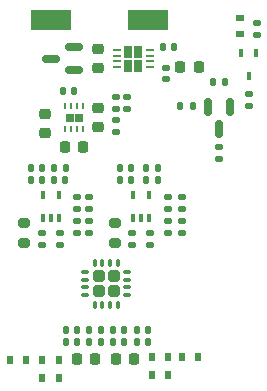
<source format=gtp>
%TF.GenerationSoftware,KiCad,Pcbnew,5.99.0-unknown-b691c18bfc~117~ubuntu20.10.1*%
%TF.CreationDate,2021-03-07T12:14:31-07:00*%
%TF.ProjectId,maam-011132,6d61616d-2d30-4313-9131-33322e6b6963,rev?*%
%TF.SameCoordinates,Original*%
%TF.FileFunction,Paste,Top*%
%TF.FilePolarity,Positive*%
%FSLAX46Y46*%
G04 Gerber Fmt 4.6, Leading zero omitted, Abs format (unit mm)*
G04 Created by KiCad (PCBNEW 5.99.0-unknown-b691c18bfc~117~ubuntu20.10.1) date 2021-03-07 12:14:31*
%MOMM*%
%LPD*%
G01*
G04 APERTURE LIST*
G04 Aperture macros list*
%AMRoundRect*
0 Rectangle with rounded corners*
0 $1 Rounding radius*
0 $2 $3 $4 $5 $6 $7 $8 $9 X,Y pos of 4 corners*
0 Add a 4 corners polygon primitive as box body*
4,1,4,$2,$3,$4,$5,$6,$7,$8,$9,$2,$3,0*
0 Add four circle primitives for the rounded corners*
1,1,$1+$1,$2,$3*
1,1,$1+$1,$4,$5*
1,1,$1+$1,$6,$7*
1,1,$1+$1,$8,$9*
0 Add four rect primitives between the rounded corners*
20,1,$1+$1,$2,$3,$4,$5,0*
20,1,$1+$1,$4,$5,$6,$7,0*
20,1,$1+$1,$6,$7,$8,$9,0*
20,1,$1+$1,$8,$9,$2,$3,0*%
G04 Aperture macros list end*
%ADD10RoundRect,0.135000X-0.135000X-0.185000X0.135000X-0.185000X0.135000X0.185000X-0.135000X0.185000X0*%
%ADD11R,0.600000X0.700000*%
%ADD12RoundRect,0.135000X-0.185000X0.135000X-0.185000X-0.135000X0.185000X-0.135000X0.185000X0.135000X0*%
%ADD13RoundRect,0.135000X0.185000X-0.135000X0.185000X0.135000X-0.185000X0.135000X-0.185000X-0.135000X0*%
%ADD14R,0.450000X0.700000*%
%ADD15RoundRect,0.140000X-0.140000X-0.170000X0.140000X-0.170000X0.140000X0.170000X-0.140000X0.170000X0*%
%ADD16RoundRect,0.140000X0.140000X0.170000X-0.140000X0.170000X-0.140000X-0.170000X0.140000X-0.170000X0*%
%ADD17RoundRect,0.225000X-0.250000X0.225000X-0.250000X-0.225000X0.250000X-0.225000X0.250000X0.225000X0*%
%ADD18RoundRect,0.225000X0.225000X0.250000X-0.225000X0.250000X-0.225000X-0.250000X0.225000X-0.250000X0*%
%ADD19R,3.400000X1.800000*%
%ADD20RoundRect,0.200000X-0.275000X0.200000X-0.275000X-0.200000X0.275000X-0.200000X0.275000X0.200000X0*%
%ADD21R,0.400000X0.650000*%
%ADD22RoundRect,0.225000X0.250000X-0.225000X0.250000X0.225000X-0.250000X0.225000X-0.250000X-0.225000X0*%
%ADD23RoundRect,0.225000X-0.225000X-0.250000X0.225000X-0.250000X0.225000X0.250000X-0.225000X0.250000X0*%
%ADD24RoundRect,0.150000X0.587500X0.150000X-0.587500X0.150000X-0.587500X-0.150000X0.587500X-0.150000X0*%
%ADD25RoundRect,0.140000X-0.170000X0.140000X-0.170000X-0.140000X0.170000X-0.140000X0.170000X0.140000X0*%
%ADD26RoundRect,0.135000X0.135000X0.185000X-0.135000X0.185000X-0.135000X-0.185000X0.135000X-0.185000X0*%
%ADD27R,0.700000X0.600000*%
%ADD28RoundRect,0.150000X-0.150000X0.587500X-0.150000X-0.587500X0.150000X-0.587500X0.150000X0.587500X0*%
%ADD29R,0.650000X0.750000*%
%ADD30R,0.250000X0.500000*%
%ADD31R,0.640000X1.000000*%
%ADD32R,0.700000X0.250000*%
%ADD33RoundRect,0.092500X-0.092500X0.232500X-0.092500X-0.232500X0.092500X-0.232500X0.092500X0.232500X0*%
%ADD34RoundRect,0.092500X0.092500X-0.232500X0.092500X0.232500X-0.092500X0.232500X-0.092500X-0.232500X0*%
%ADD35RoundRect,0.092500X0.232500X0.092500X-0.232500X0.092500X-0.232500X-0.092500X0.232500X-0.092500X0*%
%ADD36RoundRect,0.250000X0.255000X0.255000X-0.255000X0.255000X-0.255000X-0.255000X0.255000X-0.255000X0*%
G04 APERTURE END LIST*
D10*
%TO.C,R7*%
X121010000Y-53740000D03*
X119990000Y-53740000D03*
%TD*%
D11*
%TO.C,D4*%
X120100000Y-75000000D03*
X121500000Y-75000000D03*
%TD*%
D12*
%TO.C,R9*%
X120080000Y-62510000D03*
X120080000Y-61490000D03*
%TD*%
D13*
%TO.C,R11*%
X118910000Y-61490000D03*
X118910000Y-62510000D03*
%TD*%
D12*
%TO.C,R14*%
X112250000Y-62510000D03*
X112250000Y-61490000D03*
%TD*%
%TO.C,R3*%
X115500000Y-54000000D03*
X115500000Y-52980000D03*
%TD*%
D14*
%TO.C,Q2*%
X125750000Y-51240000D03*
X125100000Y-49240000D03*
X126400000Y-49240000D03*
%TD*%
D13*
%TO.C,R16*%
X111250000Y-61490000D03*
X111250000Y-62510000D03*
%TD*%
D15*
%TO.C,C12*%
X117230000Y-73720000D03*
X116270000Y-73720000D03*
%TD*%
%TO.C,C3*%
X110980000Y-52490000D03*
X110020000Y-52490000D03*
%TD*%
%TO.C,C25*%
X110240000Y-60000000D03*
X109280000Y-60000000D03*
%TD*%
D16*
%TO.C,C19*%
X112270000Y-73720000D03*
X113230000Y-73720000D03*
%TD*%
D17*
%TO.C,C2*%
X113000000Y-50515000D03*
X113000000Y-48965000D03*
%TD*%
D16*
%TO.C,C15*%
X114850000Y-60000000D03*
X115810000Y-60000000D03*
%TD*%
D18*
%TO.C,C4*%
X110225000Y-57240000D03*
X111775000Y-57240000D03*
%TD*%
D13*
%TO.C,R19*%
X115910000Y-64490000D03*
X115910000Y-65510000D03*
%TD*%
D16*
%TO.C,C18*%
X112270000Y-72720000D03*
X113230000Y-72720000D03*
%TD*%
D19*
%TO.C,TP2*%
X109000000Y-46490000D03*
%TD*%
D16*
%TO.C,C21*%
X110270000Y-72720000D03*
X111230000Y-72720000D03*
%TD*%
D15*
%TO.C,C14*%
X117230000Y-72720000D03*
X116270000Y-72720000D03*
%TD*%
D20*
%TO.C,R10*%
X114410000Y-65325000D03*
X114410000Y-63675000D03*
%TD*%
D13*
%TO.C,R1*%
X126500000Y-46730000D03*
X126500000Y-47750000D03*
%TD*%
D15*
%TO.C,C17*%
X118060000Y-59000000D03*
X117100000Y-59000000D03*
%TD*%
D13*
%TO.C,R20*%
X117410000Y-64490000D03*
X117410000Y-65510000D03*
%TD*%
D21*
%TO.C,U4*%
X116010000Y-61300000D03*
X117310000Y-61300000D03*
X116660000Y-63200000D03*
X117310000Y-63200000D03*
X116010000Y-63200000D03*
%TD*%
D22*
%TO.C,C1*%
X108500000Y-54465000D03*
X108500000Y-56015000D03*
%TD*%
D13*
%TO.C,R12*%
X118910000Y-63490000D03*
X118910000Y-64510000D03*
%TD*%
D16*
%TO.C,C13*%
X114850000Y-59000000D03*
X115810000Y-59000000D03*
%TD*%
D20*
%TO.C,R15*%
X106780000Y-65325000D03*
X106780000Y-63675000D03*
%TD*%
D23*
%TO.C,C7*%
X121525000Y-50490000D03*
X119975000Y-50490000D03*
%TD*%
D24*
%TO.C,Q1*%
X109062500Y-49740000D03*
X110937500Y-48790000D03*
X110937500Y-50690000D03*
%TD*%
D13*
%TO.C,R21*%
X108280000Y-64480000D03*
X108280000Y-65500000D03*
%TD*%
D25*
%TO.C,C6*%
X118750000Y-51470000D03*
X118750000Y-50510000D03*
%TD*%
D11*
%TO.C,D5*%
X108300000Y-76750000D03*
X109700000Y-76750000D03*
%TD*%
D12*
%TO.C,R18*%
X112250000Y-64510000D03*
X112250000Y-63490000D03*
%TD*%
D15*
%TO.C,C16*%
X118060000Y-60000000D03*
X117100000Y-60000000D03*
%TD*%
D26*
%TO.C,R8*%
X122740000Y-51740000D03*
X123760000Y-51740000D03*
%TD*%
D15*
%TO.C,C5*%
X119480000Y-48740000D03*
X118520000Y-48740000D03*
%TD*%
D16*
%TO.C,C24*%
X107300000Y-60000000D03*
X108260000Y-60000000D03*
%TD*%
D21*
%TO.C,U5*%
X108380000Y-61300000D03*
X109680000Y-61300000D03*
X109030000Y-63200000D03*
X109680000Y-63200000D03*
X108380000Y-63200000D03*
%TD*%
D15*
%TO.C,C9*%
X115230000Y-72720000D03*
X114270000Y-72720000D03*
%TD*%
%TO.C,C10*%
X115230000Y-73720000D03*
X114270000Y-73720000D03*
%TD*%
D13*
%TO.C,R17*%
X111250000Y-63490000D03*
X111250000Y-64510000D03*
%TD*%
D19*
%TO.C,TP1*%
X117250000Y-46490000D03*
%TD*%
D15*
%TO.C,C26*%
X110260000Y-59000000D03*
X109300000Y-59000000D03*
%TD*%
D13*
%TO.C,R22*%
X109780000Y-64490000D03*
X109780000Y-65510000D03*
%TD*%
D16*
%TO.C,C22*%
X107300000Y-59000000D03*
X108260000Y-59000000D03*
%TD*%
D18*
%TO.C,C20*%
X111225000Y-75200000D03*
X112775000Y-75200000D03*
%TD*%
D12*
%TO.C,R13*%
X120080000Y-64510000D03*
X120080000Y-63490000D03*
%TD*%
D23*
%TO.C,C11*%
X116050000Y-75200000D03*
X114500000Y-75200000D03*
%TD*%
D13*
%TO.C,R2*%
X114500000Y-52980000D03*
X114500000Y-54000000D03*
%TD*%
D11*
%TO.C,D6*%
X109700000Y-75250000D03*
X108300000Y-75250000D03*
%TD*%
D12*
%TO.C,R6*%
X114500000Y-56000000D03*
X114500000Y-54980000D03*
%TD*%
D27*
%TO.C,D1*%
X125000000Y-47690000D03*
X125000000Y-46290000D03*
%TD*%
D11*
%TO.C,D2*%
X118950000Y-76500000D03*
X117550000Y-76500000D03*
%TD*%
%TO.C,D7*%
X106950000Y-75250000D03*
X105550000Y-75250000D03*
%TD*%
D22*
%TO.C,C8*%
X113000000Y-53965000D03*
X113000000Y-55515000D03*
%TD*%
D12*
%TO.C,R5*%
X125750000Y-53740000D03*
X125750000Y-52720000D03*
%TD*%
D28*
%TO.C,Q3*%
X123250000Y-55677500D03*
X122300000Y-53802500D03*
X124200000Y-53802500D03*
%TD*%
D16*
%TO.C,C23*%
X110270000Y-73720000D03*
X111230000Y-73720000D03*
%TD*%
D11*
%TO.C,D3*%
X117550000Y-75000000D03*
X118950000Y-75000000D03*
%TD*%
D29*
%TO.C,U1*%
X110600000Y-54740000D03*
X111400000Y-54740000D03*
D30*
X111250000Y-53790000D03*
X111750000Y-53790000D03*
X111750000Y-55690000D03*
X110750000Y-55690000D03*
X110250000Y-55690000D03*
X110250000Y-53790000D03*
X110750000Y-53790000D03*
X111250000Y-55690000D03*
%TD*%
D12*
%TO.C,R4*%
X123250000Y-58260000D03*
X123250000Y-57240000D03*
%TD*%
D31*
%TO.C,U2*%
X116415000Y-50335000D03*
X115585000Y-50335000D03*
X116415000Y-49145000D03*
X115585000Y-49145000D03*
D32*
X114600000Y-50490000D03*
X114600000Y-49990000D03*
X114600000Y-49490000D03*
X114600000Y-48990000D03*
X117400000Y-48990000D03*
X117400000Y-49490000D03*
X117400000Y-49990000D03*
X117400000Y-50490000D03*
%TD*%
D33*
%TO.C,U3*%
X114675000Y-70575000D03*
D34*
X114025000Y-70575000D03*
D33*
X113375000Y-70575000D03*
X112725000Y-70575000D03*
D35*
X111925000Y-69775000D03*
X111925000Y-69125000D03*
X111925000Y-68475000D03*
X111925000Y-67825000D03*
D33*
X112725000Y-67025000D03*
X113375000Y-67025000D03*
X114025000Y-67025000D03*
X114675000Y-67025000D03*
D35*
X115475000Y-67825000D03*
X115475000Y-68475000D03*
X115475000Y-69125000D03*
X115475000Y-69775000D03*
D36*
X113075000Y-69425000D03*
X113075000Y-68175000D03*
X114325000Y-69425000D03*
X114325000Y-68175000D03*
%TD*%
M02*

</source>
